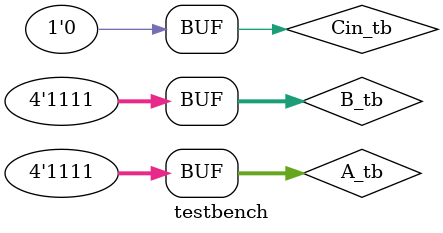
<source format=sv>
`timescale 1ns/1ps

module testbench;
  reg [3:0] A_tb, B_tb;
  reg Cin_tb;
  wire [3:0] Sum_tb;
  wire Cout_tb;
  
  CLA_Adder DUT (.A(A_tb),
          .B(B_tb),
          .Cin(Cin_tb),
          .Sum(Sum_tb),
          .Cout(Cout_tb));
  initial begin
    // Initialize the dump file
    $dumpfile("dump.vcd");
    $dumpvars(0, testbench);
    
    // Test Case 1
    A_tb = 4'b0000;
    B_tb = 4'b0000;
    Cin_tb = 1'b0;
    #5;
    
    // Test Case 2
    A_tb = 4'b0000;
    B_tb = 4'b0000;
    Cin_tb = 1'b1;
    #5;
    
    // Test Case 3
    A_tb = 4'b0001;
    B_tb = 4'b0000;
    Cin_tb = 1'b0;
    #5;
    
    // Test Case 4
    A_tb = 4'b0011;
    B_tb = 4'b0101;
    Cin_tb = 1'b0;
    #5;
    
    // Test Case 5
    A_tb = 4'b0100;
    B_tb = 4'b0011;
    Cin_tb = 1'b0;
    #5;
    
    // Test Case 6
    A_tb = 4'b1010;
    B_tb = 4'b0010;
    Cin_tb = 1'b1;
    #5;
    
    // Test Case 7
    A_tb = 4'b1011;
    B_tb = 4'b1000;
    Cin_tb = 1'b0;
    #5;
    
    // Test Case 8
    A_tb = 4'b1100;
    B_tb = 4'b0111;
    Cin_tb = 1'b1;
    #5;
    
    // Test Case 9
    A_tb = 4'b0111;
    B_tb = 4'b1000;
    Cin_tb = 1'b0;
    #5;
    // Test Case 10
    A_tb = 4'b1111;
    B_tb = 4'b1111;
    Cin_tb = 1'b0;
    #5;
    
  end
endmodule
</source>
